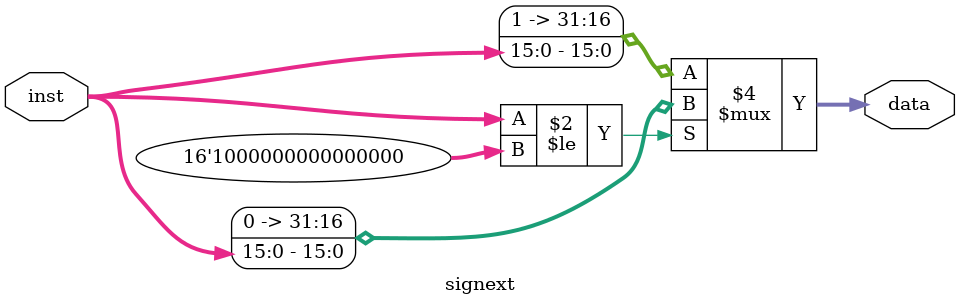
<source format=v>
`timescale 1ns / 1ps
module signext(
		input [15:0] inst,
		output reg [31:0] data
    );
	 	always @ (inst)
	begin
	if(inst<=16'b1000000000000000)
		data={16'b0000000000000000,inst};
	else
		//data={16'b1111111111111111,(~inst+1)};
		data={16'b1111111111111111,inst};
	end

	 /*parameter reg[15:0] tmp = 65535;
	 always @(inst or data)
	 begin
		if(inst[15]==0)
			data = inst;
		else
			begin
			data[31:16] <= tmp[15:0];
			data[15:0] <= inst[15:0];
			end
	 end*/
endmodule

</source>
